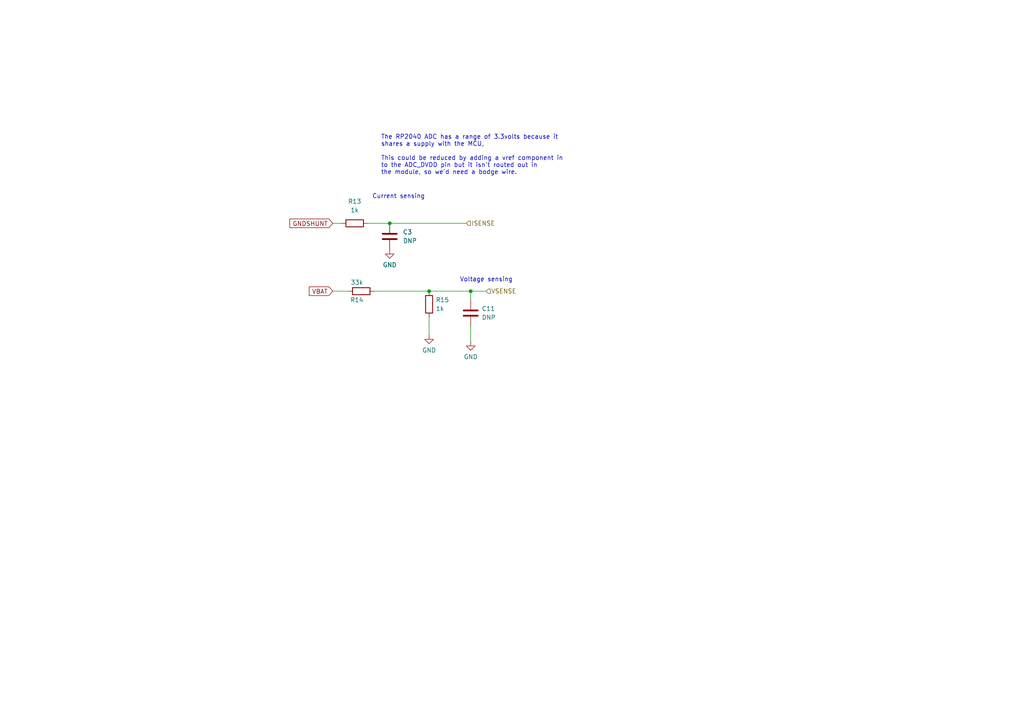
<source format=kicad_sch>
(kicad_sch (version 20210621) (generator eeschema)
  (paper "A4")
  (lib_symbols
    (symbol "Device:C" (pin_numbers hide) (pin_names (offset 0.254))
      (property "Reference" "C" (at 0.635 2.54 0))
      (property "Value" "C" (at 0.635 -2.54 0))
      (symbol "C_0_1"
        (polyline (pts (xy -2.032 -0.762) (xy 2.032 -0.762)) (stroke (width 0.508)))
        (polyline (pts (xy -2.032 0.762) (xy 2.032 0.762)) (stroke (width 0.508)))
      )
      (symbol "C_1_1"
        (pin passive line (at 0 3.81 270) (length 2.794) (name "~") (number "1"))
        (pin passive line (at 0 -3.81 90) (length 2.794) (name "~") (number "2"))
      )
    )
    (symbol "Device:R" (pin_numbers hide) (pin_names (offset 0))
      (property "Reference" "R" (at 2.032 0 90))
      (property "Value" "R" (at 0 0 90))
      (symbol "R_0_1"
        (rectangle (start -1.016 -2.54) (end 1.016 2.54) (stroke (width 0.254)))
      )
      (symbol "R_1_1"
        (pin passive line (at 0 3.81 270) (length 1.27) (name "~") (number "1"))
        (pin passive line (at 0 -3.81 90) (length 1.27) (name "~") (number "2"))
      )
    )
    (symbol "power:GND" (power) (pin_names (offset 0))
      (property "Value" "GND" (at 0 -3.81 0))
      (symbol "GND_0_1"
        (polyline (pts (xy 0 0) (xy 0 -1.27) (xy 1.27 -1.27) (xy 0 -2.54) (xy -1.27 -1.27) (xy 0 -1.27)))
      )
      (symbol "GND_1_1"
        (pin power_in line (at 0 0 270) (length 0) hide (name "GND") (number "1"))
      )
    )
  )
  (junction (at 124.46 84.455))
  (junction (at 136.525 84.455))
  (junction (at 113.03 64.77))
  (wire (pts (xy 136.525 84.455) (xy 136.525 86.995)))
  (wire (pts (xy 106.68 64.77) (xy 113.03 64.77)))
  (wire (pts (xy 108.585 84.455) (xy 124.46 84.455)))
  (wire (pts (xy 124.46 84.455) (xy 136.525 84.455)))
  (wire (pts (xy 136.525 84.455) (xy 140.97 84.455)))
  (wire (pts (xy 136.525 94.615) (xy 136.525 99.06)))
  (wire (pts (xy 113.03 64.77) (xy 135.255 64.77)))
  (wire (pts (xy 124.46 92.075) (xy 124.46 97.155)))
  (wire (pts (xy 96.52 84.455) (xy 100.965 84.455)))
  (wire (pts (xy 96.52 64.77) (xy 99.06 64.77)))
  (text "Current sensing" (at 107.95 57.785 0) (effects (font (size 1.27 1.27)) (justify left bottom)))
  (text "Voltage sensing" (at 133.35 81.915 0) (effects (font (size 1.27 1.27)) (justify left bottom)))
  (text "The RP2040 ADC has a range of 3.3volts because it\nshares a supply with the MCU,\n\nThis could be reduced by adding a vref component in\nto the ADC_DVDD pin but it isn't routed out in\nthe module, so we'd need a bodge wire." (at 110.49 50.8 0) (effects (font (size 1.27 1.27)) (justify left bottom)))
  (global_label "VBAT" (shape input) (at 96.52 84.455 180) (property "Intersheet References" "${INTERSHEET_REFS}" (effects hide)))
  (global_label "GNDSHUNT" (shape input) (at 96.52 64.77 180) (property "Intersheet References" "${INTERSHEET_REFS}" (effects hide)))
  (hierarchical_label "ISENSE" (shape input) (at 135.255 64.77 0))
  (hierarchical_label "VSENSE" (shape input) (at 140.97 84.455 0))
  (symbol (lib_id "Device:R") (at 102.87 64.77 270) (unit 1)
    (property "Reference" "R13" (at 102.87 58.42 90))
    (property "Value" "1k" (at 102.87 60.96 90))
    (property "Footprint" "Resistor_SMD:R_0603_1608Metric_Pad0.98x0.95mm_HandSolder" (effects hide))
  )
  (symbol (lib_id "power:GND") (at 136.525 99.06 0) (unit 1)
    (property "Reference" "#PWR024" (effects hide))
    (property "Value" "GND" (at 136.525 103.505 0))
  )
  (symbol (lib_id "power:GND") (at 113.03 72.39 0) (unit 1)
    (property "Reference" "#PWR022" (effects hide))
    (property "Value" "GND" (at 113.03 76.835 0))
  )
  (symbol (lib_id "Device:C") (at 136.525 90.805 0) (unit 1)
    (property "Reference" "C11" (at 139.7 89.5349 0) (effects (justify left)))
    (property "Value" "DNP" (at 139.7 92.0749 0) (effects (justify left)))
    (property "Footprint" "Capacitor_SMD:C_0603_1608Metric_Pad1.08x0.95mm_HandSolder" (effects hide))
  )
  (symbol (lib_id "Device:C") (at 113.03 68.58 0) (unit 1)
    (property "Reference" "C3" (at 116.84 67.3099 0) (effects (justify left)))
    (property "Value" "DNP" (at 116.84 69.8499 0) (effects (justify left)))
    (property "Footprint" "Capacitor_SMD:C_0603_1608Metric_Pad1.08x0.95mm_HandSolder" (effects hide))
  )
  (symbol (lib_id "Device:R") (at 104.775 84.455 270) (unit 1)
    (property "Reference" "R14" (at 103.505 86.995 90))
    (property "Value" "33k" (at 103.505 81.915 90))
    (property "Footprint" "Resistor_SMD:R_0603_1608Metric_Pad0.98x0.95mm_HandSolder" (effects hide))
  )
  (symbol (lib_id "power:GND") (at 124.46 97.155 0) (unit 1)
    (property "Reference" "#PWR023" (effects hide))
    (property "Value" "GND" (at 124.46 101.6 0))
  )
  (symbol (lib_id "Device:R") (at 124.46 88.265 180) (unit 1)
    (property "Reference" "R15" (at 126.365 86.9949 0) (effects (justify right)))
    (property "Value" "1k" (at 126.365 89.5349 0) (effects (justify right)))
    (property "Footprint" "Resistor_SMD:R_0603_1608Metric_Pad0.98x0.95mm_HandSolder" (effects hide))
  )
)
</source>
